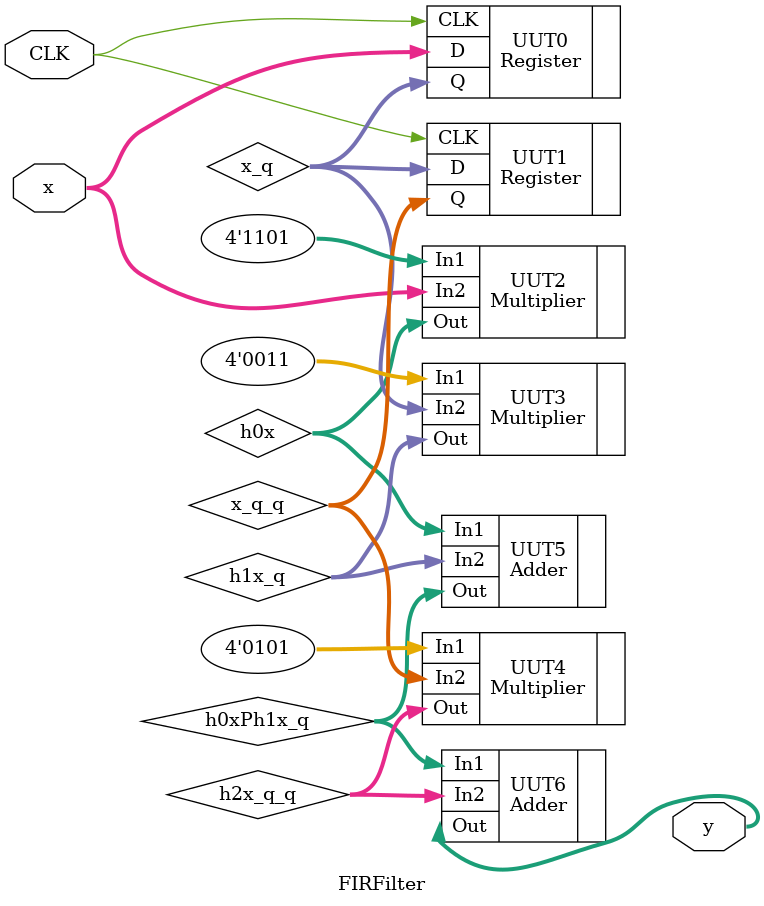
<source format=v>
`timescale 1ns / 1ps

`define WL_Add  (WL1 > WL2) ? (WL1 + 1) : (WL2 + 1)
`define WL_Mult (WL1 > WL2) ? (2 * WL1) : (2 * WL2)

module FIRFilter #(parameter WL1 = 4, WL2 = 4, WL = 4,
                             h0 = 4'b1101,
                             h1 = 4'b0011,
                             h2 = 4'b0101)
                  (input CLK,
                   input signed [WL-1:0] x,
                   output signed [`WL_Mult:0] y);
 
wire [WL-1:0] x_q, x_q_q;
wire [`WL_Mult-1:0] h0x, h1x_q, h2x_q_q, h0xPh1x_q;

Register   #(.WL(WL))         
           UUT0 (.CLK(CLK), .D(x), .Q(x_q));
           
Register   #(.WL(WL))          
           UUT1 (.CLK(CLK), .D(x_q), .Q(x_q_q));
           
Multiplier #(.WL1(WL1), .WL2(WL2)) 
           UUT2 (.In1(h0), .In2(x), .Out(h0x));
           
Multiplier #(.WL1(WL1), .WL2(WL2)) 
           UUT3 (.In1(h1), .In2(x_q), .Out(h1x_q));
           
Multiplier #(.WL1(WL1), .WL2(WL2)) 
           UUT4 (.In1(h2), .In2(x_q_q), .Out(h2x_q_q));
           
Adder      #(.WL1(`WL_Mult), .WL2(`WL_Mult)) 
           UUT5 (.In1(h0x), .In2(h1x_q), .Out(h0xPh1x_q)); 
           
Adder      #(.WL1(`WL_Mult), .WL2(`WL_Mult)) 
           UUT6 (.In1(h0xPh1x_q), .In2(h2x_q_q), .Out(y)); 
    
endmodule

</source>
